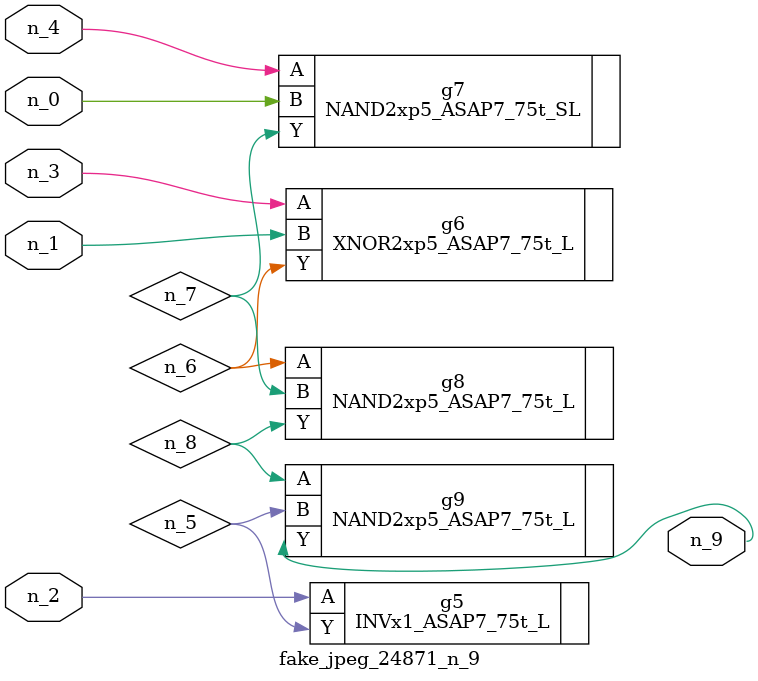
<source format=v>
module fake_jpeg_24871_n_9 (n_3, n_2, n_1, n_0, n_4, n_9);

input n_3;
input n_2;
input n_1;
input n_0;
input n_4;

output n_9;

wire n_8;
wire n_6;
wire n_5;
wire n_7;

INVx1_ASAP7_75t_L g5 ( 
.A(n_2),
.Y(n_5)
);

XNOR2xp5_ASAP7_75t_L g6 ( 
.A(n_3),
.B(n_1),
.Y(n_6)
);

NAND2xp5_ASAP7_75t_SL g7 ( 
.A(n_4),
.B(n_0),
.Y(n_7)
);

NAND2xp5_ASAP7_75t_L g8 ( 
.A(n_6),
.B(n_7),
.Y(n_8)
);

NAND2xp5_ASAP7_75t_L g9 ( 
.A(n_8),
.B(n_5),
.Y(n_9)
);


endmodule
</source>
